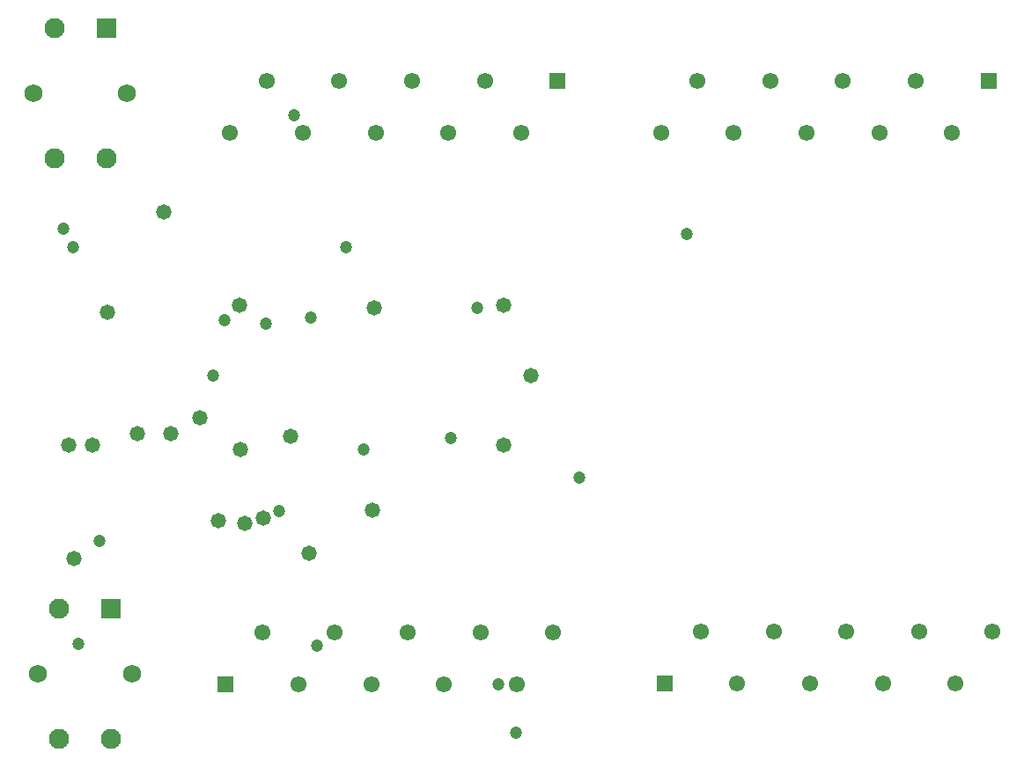
<source format=gbs>
G04*
G04 #@! TF.GenerationSoftware,Altium Limited,Altium Designer,24.1.2 (44)*
G04*
G04 Layer_Color=1461195*
%FSLAX44Y44*%
%MOMM*%
G71*
G04*
G04 #@! TF.SameCoordinates,B28CFC15-B4C6-47B7-BC68-1C9BB1E78066*
G04*
G04*
G04 #@! TF.FilePolarity,Negative*
G04*
G01*
G75*
%ADD22C,1.5500*%
%ADD23R,1.5500X1.5500*%
%ADD24C,1.9532*%
%ADD25R,1.9532X1.9532*%
%ADD26C,1.7532*%
%ADD27C,1.2032*%
%ADD28C,1.4732*%
D22*
X544420Y143980D02*
D03*
X474420D02*
D03*
X404420D02*
D03*
X334420D02*
D03*
X264420D02*
D03*
X509420Y93980D02*
D03*
X439420D02*
D03*
X369420D02*
D03*
X299420D02*
D03*
X966370Y144950D02*
D03*
X896370D02*
D03*
X826370D02*
D03*
X756370D02*
D03*
X686370D02*
D03*
X931370Y94950D02*
D03*
X861370D02*
D03*
X791370D02*
D03*
X721370D02*
D03*
X233530Y624840D02*
D03*
X303530D02*
D03*
X373530D02*
D03*
X443530D02*
D03*
X513530D02*
D03*
X268530Y674840D02*
D03*
X338530D02*
D03*
X408530D02*
D03*
X478530D02*
D03*
X647960Y624370D02*
D03*
X717960D02*
D03*
X787960D02*
D03*
X857960D02*
D03*
X927960D02*
D03*
X682960Y674370D02*
D03*
X752960D02*
D03*
X822960D02*
D03*
X892960D02*
D03*
D23*
X229420Y93980D02*
D03*
X651370Y94950D02*
D03*
X548530Y674840D02*
D03*
X962960Y674370D02*
D03*
D24*
X68980Y41640D02*
D03*
Y166640D02*
D03*
X118980Y41640D02*
D03*
X64620Y600440D02*
D03*
Y725440D02*
D03*
X114620Y600440D02*
D03*
D25*
X118980Y166640D02*
D03*
X114620Y725440D02*
D03*
D26*
X48980Y104140D02*
D03*
X138980D02*
D03*
X44620Y662940D02*
D03*
X134620D02*
D03*
D27*
X267970Y440690D02*
D03*
X228600Y444500D02*
D03*
X217170Y391160D02*
D03*
X280670Y260350D02*
D03*
X295530Y641350D02*
D03*
X73660Y532130D02*
D03*
X317246Y131318D02*
D03*
X361950Y320040D02*
D03*
X82550Y514350D02*
D03*
X471170Y455930D02*
D03*
X673100Y527050D02*
D03*
X345440Y514350D02*
D03*
X311150Y447040D02*
D03*
X569594Y292990D02*
D03*
X87509Y132842D02*
D03*
X446024Y331216D02*
D03*
X107696Y232156D02*
D03*
X508254Y47498D02*
D03*
X491998Y93980D02*
D03*
D28*
X292100Y332740D02*
D03*
X170180Y548640D02*
D03*
X242570Y458470D02*
D03*
X247650Y248920D02*
D03*
X176530Y335280D02*
D03*
X222250Y251460D02*
D03*
X144780Y335280D02*
D03*
X309880Y219710D02*
D03*
X204470Y350520D02*
D03*
X265430Y254000D02*
D03*
X243840Y320040D02*
D03*
X496570Y458470D02*
D03*
X372110Y455930D02*
D03*
X523240Y391160D02*
D03*
X496570Y323850D02*
D03*
X370840Y261620D02*
D03*
X101600Y323850D02*
D03*
X115570Y452120D02*
D03*
X83820Y214630D02*
D03*
X78740Y323850D02*
D03*
M02*

</source>
